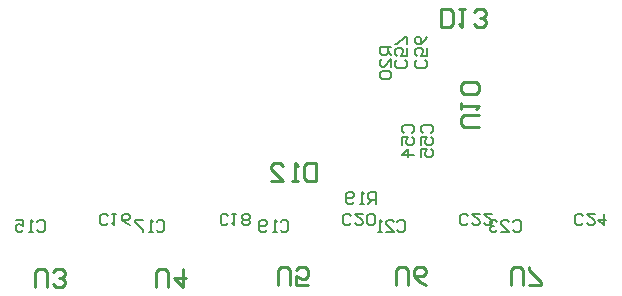
<source format=gbr>
%TF.GenerationSoftware,Altium Limited,Altium Designer,22.5.1 (42)*%
G04 Layer_Color=32896*
%FSLAX44Y44*%
%MOMM*%
%TF.SameCoordinates,89E13746-3D4A-4BC1-B2AC-D00D571BF165*%
%TF.FilePolarity,Positive*%
%TF.FileFunction,Other,Bottom_Designator*%
%TF.Part,Single*%
G01*
G75*
%TA.AperFunction,NonConductor*%
%ADD62C,0.1270*%
%ADD96C,0.2540*%
D62*
X59399Y86815D02*
X57733Y88482D01*
Y91814D01*
X59399Y93480D01*
X66064D01*
X67730Y91814D01*
Y88482D01*
X66064Y86815D01*
X57733Y76819D02*
Y83483D01*
X62731D01*
X61065Y80151D01*
Y78485D01*
X62731Y76819D01*
X66064D01*
X67730Y78485D01*
Y81817D01*
X66064Y83483D01*
X57733Y66822D02*
Y73486D01*
X62731D01*
X61065Y70154D01*
Y68488D01*
X62731Y66822D01*
X66064D01*
X67730Y68488D01*
Y71820D01*
X66064Y73486D01*
X32480Y159230D02*
X22483D01*
Y154232D01*
X24149Y152565D01*
X27482D01*
X29148Y154232D01*
Y159230D01*
Y155898D02*
X32480Y152565D01*
Y142569D02*
Y149233D01*
X25815Y142569D01*
X24149D01*
X22483Y144235D01*
Y147567D01*
X24149Y149233D01*
Y139236D02*
X22483Y137570D01*
Y134238D01*
X24149Y132572D01*
X30814D01*
X32480Y134238D01*
Y137570D01*
X30814Y139236D01*
X24149D01*
X44101Y148435D02*
X45767Y146769D01*
Y143436D01*
X44101Y141770D01*
X37436D01*
X35770Y143436D01*
Y146769D01*
X37436Y148435D01*
X45767Y158431D02*
Y151767D01*
X40768D01*
X42435Y155099D01*
Y156765D01*
X40768Y158431D01*
X37436D01*
X35770Y156765D01*
Y153433D01*
X37436Y151767D01*
X45767Y161764D02*
Y168428D01*
X44101D01*
X37436Y161764D01*
X35770D01*
X61101Y148435D02*
X62767Y146769D01*
Y143436D01*
X61101Y141770D01*
X54436D01*
X52770Y143436D01*
Y146769D01*
X54436Y148435D01*
X62767Y158431D02*
Y151767D01*
X57769D01*
X59435Y155099D01*
Y156765D01*
X57769Y158431D01*
X54436D01*
X52770Y156765D01*
Y153433D01*
X54436Y151767D01*
X62767Y168428D02*
X61101Y165096D01*
X57769Y161764D01*
X54436D01*
X52770Y163430D01*
Y166762D01*
X54436Y168428D01*
X56102D01*
X57769Y166762D01*
Y161764D01*
X43399Y86815D02*
X41733Y88482D01*
Y91814D01*
X43399Y93480D01*
X50064D01*
X51730Y91814D01*
Y88482D01*
X50064Y86815D01*
X41733Y76819D02*
Y83483D01*
X46732D01*
X45065Y80151D01*
Y78485D01*
X46732Y76819D01*
X50064D01*
X51730Y78485D01*
Y81817D01*
X50064Y83483D01*
X51730Y68488D02*
X41733D01*
X46732Y73486D01*
Y66822D01*
X194435Y10149D02*
X192768Y8483D01*
X189436D01*
X187770Y10149D01*
Y16814D01*
X189436Y18480D01*
X192768D01*
X194435Y16814D01*
X204431Y18480D02*
X197767D01*
X204431Y11815D01*
Y10149D01*
X202765Y8483D01*
X199433D01*
X197767Y10149D01*
X212762Y18480D02*
Y8483D01*
X207764Y13482D01*
X214428D01*
X135565Y11351D02*
X137232Y13017D01*
X140564D01*
X142230Y11351D01*
Y4686D01*
X140564Y3020D01*
X137232D01*
X135565Y4686D01*
X125569Y3020D02*
X132233D01*
X125569Y9685D01*
Y11351D01*
X127235Y13017D01*
X130567D01*
X132233Y11351D01*
X122236D02*
X120570Y13017D01*
X117238D01*
X115572Y11351D01*
Y9685D01*
X117238Y8019D01*
X118904D01*
X117238D01*
X115572Y6352D01*
Y4686D01*
X117238Y3020D01*
X120570D01*
X122236Y4686D01*
X97435Y10149D02*
X95768Y8483D01*
X92436D01*
X90770Y10149D01*
Y16814D01*
X92436Y18480D01*
X95768D01*
X97435Y16814D01*
X107431Y18480D02*
X100767D01*
X107431Y11815D01*
Y10149D01*
X105765Y8483D01*
X102433D01*
X100767Y10149D01*
X117428Y18480D02*
X110764D01*
X117428Y11815D01*
Y10149D01*
X115762Y8483D01*
X112430D01*
X110764Y10149D01*
X37565Y11351D02*
X39232Y13017D01*
X42564D01*
X44230Y11351D01*
Y4686D01*
X42564Y3020D01*
X39232D01*
X37565Y4686D01*
X27569Y3020D02*
X34233D01*
X27569Y9685D01*
Y11351D01*
X29235Y13017D01*
X32567D01*
X34233Y11351D01*
X24236Y3020D02*
X20904D01*
X22570D01*
Y13017D01*
X24236Y11351D01*
X-1565Y10149D02*
X-3232Y8483D01*
X-6564D01*
X-8230Y10149D01*
Y16814D01*
X-6564Y18480D01*
X-3232D01*
X-1565Y16814D01*
X8431Y18480D02*
X1767D01*
X8431Y11815D01*
Y10149D01*
X6765Y8483D01*
X3433D01*
X1767Y10149D01*
X11764D02*
X13430Y8483D01*
X16762D01*
X18428Y10149D01*
Y16814D01*
X16762Y18480D01*
X13430D01*
X11764Y16814D01*
Y10149D01*
X-61434Y11351D02*
X-59768Y13017D01*
X-56436D01*
X-54770Y11351D01*
Y4686D01*
X-56436Y3020D01*
X-59768D01*
X-61434Y4686D01*
X-64767Y3020D02*
X-68099D01*
X-66433D01*
Y13017D01*
X-64767Y11351D01*
X-73098Y4686D02*
X-74764Y3020D01*
X-78096D01*
X-79762Y4686D01*
Y11351D01*
X-78096Y13017D01*
X-74764D01*
X-73098Y11351D01*
Y9685D01*
X-74764Y8019D01*
X-79762D01*
X-105565Y10149D02*
X-107232Y8483D01*
X-110564D01*
X-112230Y10149D01*
Y16814D01*
X-110564Y18480D01*
X-107232D01*
X-105565Y16814D01*
X-102233Y18480D02*
X-98901D01*
X-100567D01*
Y8483D01*
X-102233Y10149D01*
X-93902D02*
X-92236Y8483D01*
X-88904D01*
X-87238Y10149D01*
Y11815D01*
X-88904Y13482D01*
X-87238Y15148D01*
Y16814D01*
X-88904Y18480D01*
X-92236D01*
X-93902Y16814D01*
Y15148D01*
X-92236Y13482D01*
X-93902Y11815D01*
Y10149D01*
X-92236Y13482D02*
X-88904D01*
X-166434Y11351D02*
X-164768Y13017D01*
X-161436D01*
X-159770Y11351D01*
Y4686D01*
X-161436Y3020D01*
X-164768D01*
X-166434Y4686D01*
X-169767Y3020D02*
X-173099D01*
X-171433D01*
Y13017D01*
X-169767Y11351D01*
X-178097Y13017D02*
X-184762D01*
Y11351D01*
X-178097Y4686D01*
Y3020D01*
X-207565Y10149D02*
X-209231Y8483D01*
X-212564D01*
X-214230Y10149D01*
Y16814D01*
X-212564Y18480D01*
X-209231D01*
X-207565Y16814D01*
X-204233Y18480D02*
X-200901D01*
X-202567D01*
Y8483D01*
X-204233Y10149D01*
X-189238Y8483D02*
X-192570Y10149D01*
X-195903Y13482D01*
Y16814D01*
X-194236Y18480D01*
X-190904D01*
X-189238Y16814D01*
Y15148D01*
X-190904Y13482D01*
X-195903D01*
X-267435Y11351D02*
X-265769Y13017D01*
X-262436D01*
X-260770Y11351D01*
Y4686D01*
X-262436Y3020D01*
X-265769D01*
X-267435Y4686D01*
X-270767Y3020D02*
X-274099D01*
X-272433D01*
Y13017D01*
X-270767Y11351D01*
X-285762Y13017D02*
X-279097D01*
Y8019D01*
X-282430Y9685D01*
X-284096D01*
X-285762Y8019D01*
Y4686D01*
X-284096Y3020D01*
X-280764D01*
X-279097Y4686D01*
X19230Y27020D02*
Y37017D01*
X14231D01*
X12565Y35351D01*
Y32018D01*
X14231Y30352D01*
X19230D01*
X15898D02*
X12565Y27020D01*
X9233D02*
X5901D01*
X7567D01*
Y37017D01*
X9233Y35351D01*
X903Y28686D02*
X-764Y27020D01*
X-4096D01*
X-5762Y28686D01*
Y35351D01*
X-4096Y37017D01*
X-764D01*
X903Y35351D01*
Y33685D01*
X-764Y32018D01*
X-5762D01*
D96*
X-268960Y-44025D02*
Y-31329D01*
X-266421Y-28790D01*
X-261342D01*
X-258803Y-31329D01*
Y-44025D01*
X-253725Y-41486D02*
X-251186Y-44025D01*
X-246107D01*
X-243568Y-41486D01*
Y-38947D01*
X-246107Y-36408D01*
X-248647D01*
X-246107D01*
X-243568Y-33868D01*
Y-31329D01*
X-246107Y-28790D01*
X-251186D01*
X-253725Y-31329D01*
X-166960Y-44025D02*
Y-31329D01*
X-164421Y-28790D01*
X-159342D01*
X-156803Y-31329D01*
Y-44025D01*
X-144107Y-28790D02*
Y-44025D01*
X-151725Y-36408D01*
X-141568D01*
X-63220Y-41920D02*
Y-29224D01*
X-60681Y-26685D01*
X-55602D01*
X-53063Y-29224D01*
Y-41920D01*
X-37828D02*
X-47985D01*
Y-34303D01*
X-42906Y-36842D01*
X-40367D01*
X-37828Y-34303D01*
Y-29224D01*
X-40367Y-26685D01*
X-45446D01*
X-47985Y-29224D01*
X36040Y-42025D02*
Y-29329D01*
X38579Y-26790D01*
X43658D01*
X46197Y-29329D01*
Y-42025D01*
X61432D02*
X56354Y-39486D01*
X51275Y-34408D01*
Y-29329D01*
X53814Y-26790D01*
X58893D01*
X61432Y-29329D01*
Y-31868D01*
X58893Y-34408D01*
X51275D01*
X134040Y-42025D02*
Y-29329D01*
X136579Y-26790D01*
X141658D01*
X144197Y-29329D01*
Y-42025D01*
X149275D02*
X159432D01*
Y-39486D01*
X149275Y-29329D01*
Y-26790D01*
X106925Y92090D02*
X94229D01*
X91690Y94629D01*
Y99707D01*
X94229Y102247D01*
X106925D01*
X91690Y107325D02*
Y112403D01*
Y109864D01*
X106925D01*
X104386Y107325D01*
Y120021D02*
X106925Y122560D01*
Y127639D01*
X104386Y130178D01*
X94229D01*
X91690Y127639D01*
Y122560D01*
X94229Y120021D01*
X104386D01*
X-31146Y61097D02*
Y45862D01*
X-38764D01*
X-41303Y48402D01*
Y58558D01*
X-38764Y61097D01*
X-31146D01*
X-46381Y45862D02*
X-51460D01*
X-48920D01*
Y61097D01*
X-46381Y58558D01*
X-69234Y45862D02*
X-59077D01*
X-69234Y56019D01*
Y58558D01*
X-66695Y61097D01*
X-61616D01*
X-59077Y58558D01*
X74146Y176903D02*
Y192138D01*
X81764D01*
X84303Y189598D01*
Y179442D01*
X81764Y176903D01*
X74146D01*
X89381Y192138D02*
X94460D01*
X91920D01*
Y176903D01*
X89381Y179442D01*
X102077D02*
X104616Y176903D01*
X109695D01*
X112234Y179442D01*
Y181981D01*
X109695Y184520D01*
X107156D01*
X109695D01*
X112234Y187059D01*
Y189598D01*
X109695Y192138D01*
X104616D01*
X102077Y189598D01*
%TF.MD5,62231be3880344417c90fd63e4467ac5*%
M02*

</source>
